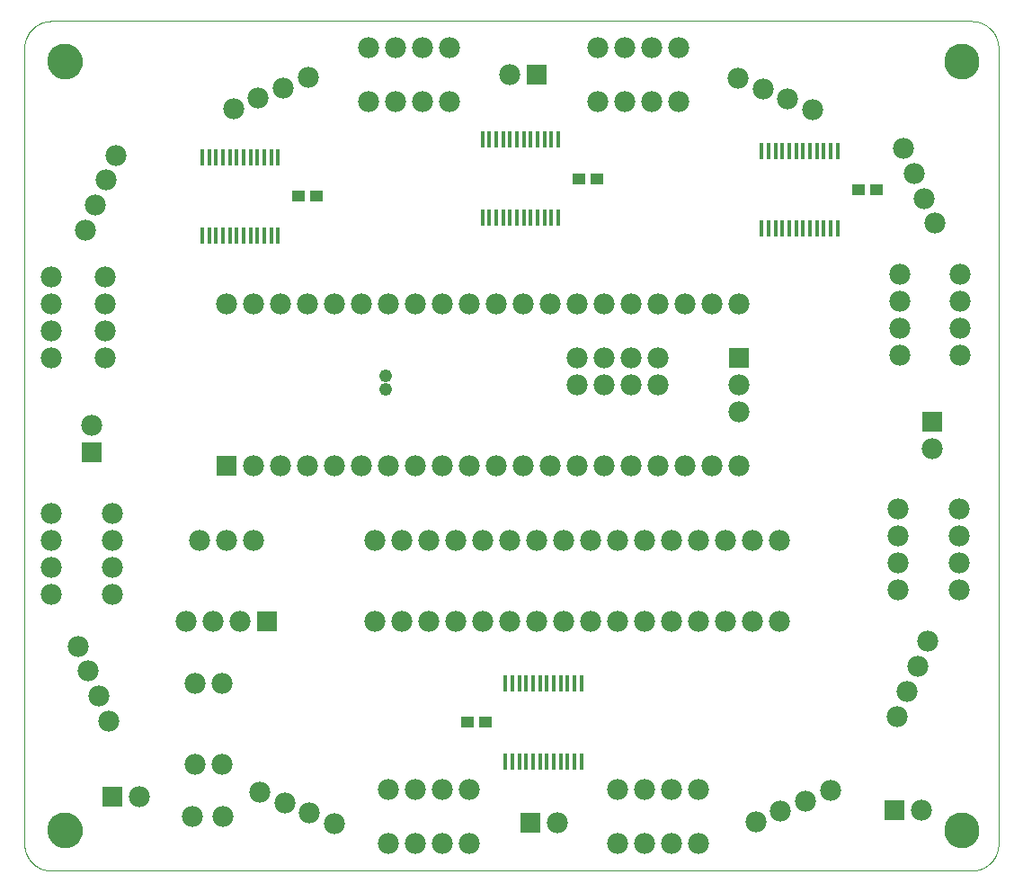
<source format=gts>
G75*
%MOIN*%
%OFA0B0*%
%FSLAX25Y25*%
%IPPOS*%
%LPD*%
%AMOC8*
5,1,8,0,0,1.08239X$1,22.5*
%
%ADD10C,0.00000*%
%ADD11C,0.12998*%
%ADD12C,0.07800*%
%ADD13R,0.07800X0.07800*%
%ADD14C,0.04900*%
%ADD15R,0.01770X0.05900*%
%ADD16R,0.04731X0.04337*%
D10*
X0086433Y0068933D02*
X0086433Y0363894D01*
X0086436Y0364136D01*
X0086445Y0364377D01*
X0086459Y0364618D01*
X0086480Y0364859D01*
X0086506Y0365099D01*
X0086538Y0365339D01*
X0086576Y0365578D01*
X0086619Y0365815D01*
X0086669Y0366052D01*
X0086724Y0366287D01*
X0086784Y0366521D01*
X0086851Y0366753D01*
X0086922Y0366984D01*
X0087000Y0367213D01*
X0087083Y0367440D01*
X0087171Y0367665D01*
X0087265Y0367888D01*
X0087364Y0368108D01*
X0087469Y0368326D01*
X0087578Y0368541D01*
X0087693Y0368754D01*
X0087813Y0368964D01*
X0087938Y0369170D01*
X0088068Y0369374D01*
X0088203Y0369575D01*
X0088343Y0369772D01*
X0088487Y0369966D01*
X0088636Y0370156D01*
X0088790Y0370342D01*
X0088948Y0370525D01*
X0089110Y0370704D01*
X0089277Y0370879D01*
X0089448Y0371050D01*
X0089623Y0371217D01*
X0089802Y0371379D01*
X0089985Y0371537D01*
X0090171Y0371691D01*
X0090361Y0371840D01*
X0090555Y0371984D01*
X0090752Y0372124D01*
X0090953Y0372259D01*
X0091157Y0372389D01*
X0091363Y0372514D01*
X0091573Y0372634D01*
X0091786Y0372749D01*
X0092001Y0372858D01*
X0092219Y0372963D01*
X0092439Y0373062D01*
X0092662Y0373156D01*
X0092887Y0373244D01*
X0093114Y0373327D01*
X0093343Y0373405D01*
X0093574Y0373476D01*
X0093806Y0373543D01*
X0094040Y0373603D01*
X0094275Y0373658D01*
X0094512Y0373708D01*
X0094749Y0373751D01*
X0094988Y0373789D01*
X0095228Y0373821D01*
X0095468Y0373847D01*
X0095709Y0373868D01*
X0095950Y0373882D01*
X0096191Y0373891D01*
X0096433Y0373894D01*
X0437634Y0373894D01*
X0437876Y0373891D01*
X0438117Y0373882D01*
X0438358Y0373868D01*
X0438599Y0373847D01*
X0438839Y0373821D01*
X0439079Y0373789D01*
X0439318Y0373751D01*
X0439555Y0373708D01*
X0439792Y0373658D01*
X0440027Y0373603D01*
X0440261Y0373543D01*
X0440493Y0373476D01*
X0440724Y0373405D01*
X0440953Y0373327D01*
X0441180Y0373244D01*
X0441405Y0373156D01*
X0441628Y0373062D01*
X0441848Y0372963D01*
X0442066Y0372858D01*
X0442281Y0372749D01*
X0442494Y0372634D01*
X0442704Y0372514D01*
X0442910Y0372389D01*
X0443114Y0372259D01*
X0443315Y0372124D01*
X0443512Y0371984D01*
X0443706Y0371840D01*
X0443896Y0371691D01*
X0444082Y0371537D01*
X0444265Y0371379D01*
X0444444Y0371217D01*
X0444619Y0371050D01*
X0444790Y0370879D01*
X0444957Y0370704D01*
X0445119Y0370525D01*
X0445277Y0370342D01*
X0445431Y0370156D01*
X0445580Y0369966D01*
X0445724Y0369772D01*
X0445864Y0369575D01*
X0445999Y0369374D01*
X0446129Y0369170D01*
X0446254Y0368964D01*
X0446374Y0368754D01*
X0446489Y0368541D01*
X0446598Y0368326D01*
X0446703Y0368108D01*
X0446802Y0367888D01*
X0446896Y0367665D01*
X0446984Y0367440D01*
X0447067Y0367213D01*
X0447145Y0366984D01*
X0447216Y0366753D01*
X0447283Y0366521D01*
X0447343Y0366287D01*
X0447398Y0366052D01*
X0447448Y0365815D01*
X0447491Y0365578D01*
X0447529Y0365339D01*
X0447561Y0365099D01*
X0447587Y0364859D01*
X0447608Y0364618D01*
X0447622Y0364377D01*
X0447631Y0364136D01*
X0447634Y0363894D01*
X0447634Y0068933D01*
X0447631Y0068691D01*
X0447622Y0068450D01*
X0447608Y0068209D01*
X0447587Y0067968D01*
X0447561Y0067728D01*
X0447529Y0067488D01*
X0447491Y0067249D01*
X0447448Y0067012D01*
X0447398Y0066775D01*
X0447343Y0066540D01*
X0447283Y0066306D01*
X0447216Y0066074D01*
X0447145Y0065843D01*
X0447067Y0065614D01*
X0446984Y0065387D01*
X0446896Y0065162D01*
X0446802Y0064939D01*
X0446703Y0064719D01*
X0446598Y0064501D01*
X0446489Y0064286D01*
X0446374Y0064073D01*
X0446254Y0063863D01*
X0446129Y0063657D01*
X0445999Y0063453D01*
X0445864Y0063252D01*
X0445724Y0063055D01*
X0445580Y0062861D01*
X0445431Y0062671D01*
X0445277Y0062485D01*
X0445119Y0062302D01*
X0444957Y0062123D01*
X0444790Y0061948D01*
X0444619Y0061777D01*
X0444444Y0061610D01*
X0444265Y0061448D01*
X0444082Y0061290D01*
X0443896Y0061136D01*
X0443706Y0060987D01*
X0443512Y0060843D01*
X0443315Y0060703D01*
X0443114Y0060568D01*
X0442910Y0060438D01*
X0442704Y0060313D01*
X0442494Y0060193D01*
X0442281Y0060078D01*
X0442066Y0059969D01*
X0441848Y0059864D01*
X0441628Y0059765D01*
X0441405Y0059671D01*
X0441180Y0059583D01*
X0440953Y0059500D01*
X0440724Y0059422D01*
X0440493Y0059351D01*
X0440261Y0059284D01*
X0440027Y0059224D01*
X0439792Y0059169D01*
X0439555Y0059119D01*
X0439318Y0059076D01*
X0439079Y0059038D01*
X0438839Y0059006D01*
X0438599Y0058980D01*
X0438358Y0058959D01*
X0438117Y0058945D01*
X0437876Y0058936D01*
X0437634Y0058933D01*
X0096433Y0058933D01*
X0096191Y0058936D01*
X0095950Y0058945D01*
X0095709Y0058959D01*
X0095468Y0058980D01*
X0095228Y0059006D01*
X0094988Y0059038D01*
X0094749Y0059076D01*
X0094512Y0059119D01*
X0094275Y0059169D01*
X0094040Y0059224D01*
X0093806Y0059284D01*
X0093574Y0059351D01*
X0093343Y0059422D01*
X0093114Y0059500D01*
X0092887Y0059583D01*
X0092662Y0059671D01*
X0092439Y0059765D01*
X0092219Y0059864D01*
X0092001Y0059969D01*
X0091786Y0060078D01*
X0091573Y0060193D01*
X0091363Y0060313D01*
X0091157Y0060438D01*
X0090953Y0060568D01*
X0090752Y0060703D01*
X0090555Y0060843D01*
X0090361Y0060987D01*
X0090171Y0061136D01*
X0089985Y0061290D01*
X0089802Y0061448D01*
X0089623Y0061610D01*
X0089448Y0061777D01*
X0089277Y0061948D01*
X0089110Y0062123D01*
X0088948Y0062302D01*
X0088790Y0062485D01*
X0088636Y0062671D01*
X0088487Y0062861D01*
X0088343Y0063055D01*
X0088203Y0063252D01*
X0088068Y0063453D01*
X0087938Y0063657D01*
X0087813Y0063863D01*
X0087693Y0064073D01*
X0087578Y0064286D01*
X0087469Y0064501D01*
X0087364Y0064719D01*
X0087265Y0064939D01*
X0087171Y0065162D01*
X0087083Y0065387D01*
X0087000Y0065614D01*
X0086922Y0065843D01*
X0086851Y0066074D01*
X0086784Y0066306D01*
X0086724Y0066540D01*
X0086669Y0066775D01*
X0086619Y0067012D01*
X0086576Y0067249D01*
X0086538Y0067488D01*
X0086506Y0067728D01*
X0086480Y0067968D01*
X0086459Y0068209D01*
X0086445Y0068450D01*
X0086436Y0068691D01*
X0086433Y0068933D01*
X0095134Y0073933D02*
X0095136Y0074091D01*
X0095142Y0074249D01*
X0095152Y0074407D01*
X0095166Y0074565D01*
X0095184Y0074722D01*
X0095205Y0074879D01*
X0095231Y0075035D01*
X0095261Y0075191D01*
X0095294Y0075346D01*
X0095332Y0075499D01*
X0095373Y0075652D01*
X0095418Y0075804D01*
X0095467Y0075955D01*
X0095520Y0076104D01*
X0095576Y0076252D01*
X0095636Y0076398D01*
X0095700Y0076543D01*
X0095768Y0076686D01*
X0095839Y0076828D01*
X0095913Y0076968D01*
X0095991Y0077105D01*
X0096073Y0077241D01*
X0096157Y0077375D01*
X0096246Y0077506D01*
X0096337Y0077635D01*
X0096432Y0077762D01*
X0096529Y0077887D01*
X0096630Y0078009D01*
X0096734Y0078128D01*
X0096841Y0078245D01*
X0096951Y0078359D01*
X0097064Y0078470D01*
X0097179Y0078579D01*
X0097297Y0078684D01*
X0097418Y0078786D01*
X0097541Y0078886D01*
X0097667Y0078982D01*
X0097795Y0079075D01*
X0097925Y0079165D01*
X0098058Y0079251D01*
X0098193Y0079335D01*
X0098329Y0079414D01*
X0098468Y0079491D01*
X0098609Y0079563D01*
X0098751Y0079633D01*
X0098895Y0079698D01*
X0099041Y0079760D01*
X0099188Y0079818D01*
X0099337Y0079873D01*
X0099487Y0079924D01*
X0099638Y0079971D01*
X0099790Y0080014D01*
X0099943Y0080053D01*
X0100098Y0080089D01*
X0100253Y0080120D01*
X0100409Y0080148D01*
X0100565Y0080172D01*
X0100722Y0080192D01*
X0100880Y0080208D01*
X0101037Y0080220D01*
X0101196Y0080228D01*
X0101354Y0080232D01*
X0101512Y0080232D01*
X0101670Y0080228D01*
X0101829Y0080220D01*
X0101986Y0080208D01*
X0102144Y0080192D01*
X0102301Y0080172D01*
X0102457Y0080148D01*
X0102613Y0080120D01*
X0102768Y0080089D01*
X0102923Y0080053D01*
X0103076Y0080014D01*
X0103228Y0079971D01*
X0103379Y0079924D01*
X0103529Y0079873D01*
X0103678Y0079818D01*
X0103825Y0079760D01*
X0103971Y0079698D01*
X0104115Y0079633D01*
X0104257Y0079563D01*
X0104398Y0079491D01*
X0104537Y0079414D01*
X0104673Y0079335D01*
X0104808Y0079251D01*
X0104941Y0079165D01*
X0105071Y0079075D01*
X0105199Y0078982D01*
X0105325Y0078886D01*
X0105448Y0078786D01*
X0105569Y0078684D01*
X0105687Y0078579D01*
X0105802Y0078470D01*
X0105915Y0078359D01*
X0106025Y0078245D01*
X0106132Y0078128D01*
X0106236Y0078009D01*
X0106337Y0077887D01*
X0106434Y0077762D01*
X0106529Y0077635D01*
X0106620Y0077506D01*
X0106709Y0077375D01*
X0106793Y0077241D01*
X0106875Y0077105D01*
X0106953Y0076968D01*
X0107027Y0076828D01*
X0107098Y0076686D01*
X0107166Y0076543D01*
X0107230Y0076398D01*
X0107290Y0076252D01*
X0107346Y0076104D01*
X0107399Y0075955D01*
X0107448Y0075804D01*
X0107493Y0075652D01*
X0107534Y0075499D01*
X0107572Y0075346D01*
X0107605Y0075191D01*
X0107635Y0075035D01*
X0107661Y0074879D01*
X0107682Y0074722D01*
X0107700Y0074565D01*
X0107714Y0074407D01*
X0107724Y0074249D01*
X0107730Y0074091D01*
X0107732Y0073933D01*
X0107730Y0073775D01*
X0107724Y0073617D01*
X0107714Y0073459D01*
X0107700Y0073301D01*
X0107682Y0073144D01*
X0107661Y0072987D01*
X0107635Y0072831D01*
X0107605Y0072675D01*
X0107572Y0072520D01*
X0107534Y0072367D01*
X0107493Y0072214D01*
X0107448Y0072062D01*
X0107399Y0071911D01*
X0107346Y0071762D01*
X0107290Y0071614D01*
X0107230Y0071468D01*
X0107166Y0071323D01*
X0107098Y0071180D01*
X0107027Y0071038D01*
X0106953Y0070898D01*
X0106875Y0070761D01*
X0106793Y0070625D01*
X0106709Y0070491D01*
X0106620Y0070360D01*
X0106529Y0070231D01*
X0106434Y0070104D01*
X0106337Y0069979D01*
X0106236Y0069857D01*
X0106132Y0069738D01*
X0106025Y0069621D01*
X0105915Y0069507D01*
X0105802Y0069396D01*
X0105687Y0069287D01*
X0105569Y0069182D01*
X0105448Y0069080D01*
X0105325Y0068980D01*
X0105199Y0068884D01*
X0105071Y0068791D01*
X0104941Y0068701D01*
X0104808Y0068615D01*
X0104673Y0068531D01*
X0104537Y0068452D01*
X0104398Y0068375D01*
X0104257Y0068303D01*
X0104115Y0068233D01*
X0103971Y0068168D01*
X0103825Y0068106D01*
X0103678Y0068048D01*
X0103529Y0067993D01*
X0103379Y0067942D01*
X0103228Y0067895D01*
X0103076Y0067852D01*
X0102923Y0067813D01*
X0102768Y0067777D01*
X0102613Y0067746D01*
X0102457Y0067718D01*
X0102301Y0067694D01*
X0102144Y0067674D01*
X0101986Y0067658D01*
X0101829Y0067646D01*
X0101670Y0067638D01*
X0101512Y0067634D01*
X0101354Y0067634D01*
X0101196Y0067638D01*
X0101037Y0067646D01*
X0100880Y0067658D01*
X0100722Y0067674D01*
X0100565Y0067694D01*
X0100409Y0067718D01*
X0100253Y0067746D01*
X0100098Y0067777D01*
X0099943Y0067813D01*
X0099790Y0067852D01*
X0099638Y0067895D01*
X0099487Y0067942D01*
X0099337Y0067993D01*
X0099188Y0068048D01*
X0099041Y0068106D01*
X0098895Y0068168D01*
X0098751Y0068233D01*
X0098609Y0068303D01*
X0098468Y0068375D01*
X0098329Y0068452D01*
X0098193Y0068531D01*
X0098058Y0068615D01*
X0097925Y0068701D01*
X0097795Y0068791D01*
X0097667Y0068884D01*
X0097541Y0068980D01*
X0097418Y0069080D01*
X0097297Y0069182D01*
X0097179Y0069287D01*
X0097064Y0069396D01*
X0096951Y0069507D01*
X0096841Y0069621D01*
X0096734Y0069738D01*
X0096630Y0069857D01*
X0096529Y0069979D01*
X0096432Y0070104D01*
X0096337Y0070231D01*
X0096246Y0070360D01*
X0096157Y0070491D01*
X0096073Y0070625D01*
X0095991Y0070761D01*
X0095913Y0070898D01*
X0095839Y0071038D01*
X0095768Y0071180D01*
X0095700Y0071323D01*
X0095636Y0071468D01*
X0095576Y0071614D01*
X0095520Y0071762D01*
X0095467Y0071911D01*
X0095418Y0072062D01*
X0095373Y0072214D01*
X0095332Y0072367D01*
X0095294Y0072520D01*
X0095261Y0072675D01*
X0095231Y0072831D01*
X0095205Y0072987D01*
X0095184Y0073144D01*
X0095166Y0073301D01*
X0095152Y0073459D01*
X0095142Y0073617D01*
X0095136Y0073775D01*
X0095134Y0073933D01*
X0427634Y0073933D02*
X0427636Y0074091D01*
X0427642Y0074249D01*
X0427652Y0074407D01*
X0427666Y0074565D01*
X0427684Y0074722D01*
X0427705Y0074879D01*
X0427731Y0075035D01*
X0427761Y0075191D01*
X0427794Y0075346D01*
X0427832Y0075499D01*
X0427873Y0075652D01*
X0427918Y0075804D01*
X0427967Y0075955D01*
X0428020Y0076104D01*
X0428076Y0076252D01*
X0428136Y0076398D01*
X0428200Y0076543D01*
X0428268Y0076686D01*
X0428339Y0076828D01*
X0428413Y0076968D01*
X0428491Y0077105D01*
X0428573Y0077241D01*
X0428657Y0077375D01*
X0428746Y0077506D01*
X0428837Y0077635D01*
X0428932Y0077762D01*
X0429029Y0077887D01*
X0429130Y0078009D01*
X0429234Y0078128D01*
X0429341Y0078245D01*
X0429451Y0078359D01*
X0429564Y0078470D01*
X0429679Y0078579D01*
X0429797Y0078684D01*
X0429918Y0078786D01*
X0430041Y0078886D01*
X0430167Y0078982D01*
X0430295Y0079075D01*
X0430425Y0079165D01*
X0430558Y0079251D01*
X0430693Y0079335D01*
X0430829Y0079414D01*
X0430968Y0079491D01*
X0431109Y0079563D01*
X0431251Y0079633D01*
X0431395Y0079698D01*
X0431541Y0079760D01*
X0431688Y0079818D01*
X0431837Y0079873D01*
X0431987Y0079924D01*
X0432138Y0079971D01*
X0432290Y0080014D01*
X0432443Y0080053D01*
X0432598Y0080089D01*
X0432753Y0080120D01*
X0432909Y0080148D01*
X0433065Y0080172D01*
X0433222Y0080192D01*
X0433380Y0080208D01*
X0433537Y0080220D01*
X0433696Y0080228D01*
X0433854Y0080232D01*
X0434012Y0080232D01*
X0434170Y0080228D01*
X0434329Y0080220D01*
X0434486Y0080208D01*
X0434644Y0080192D01*
X0434801Y0080172D01*
X0434957Y0080148D01*
X0435113Y0080120D01*
X0435268Y0080089D01*
X0435423Y0080053D01*
X0435576Y0080014D01*
X0435728Y0079971D01*
X0435879Y0079924D01*
X0436029Y0079873D01*
X0436178Y0079818D01*
X0436325Y0079760D01*
X0436471Y0079698D01*
X0436615Y0079633D01*
X0436757Y0079563D01*
X0436898Y0079491D01*
X0437037Y0079414D01*
X0437173Y0079335D01*
X0437308Y0079251D01*
X0437441Y0079165D01*
X0437571Y0079075D01*
X0437699Y0078982D01*
X0437825Y0078886D01*
X0437948Y0078786D01*
X0438069Y0078684D01*
X0438187Y0078579D01*
X0438302Y0078470D01*
X0438415Y0078359D01*
X0438525Y0078245D01*
X0438632Y0078128D01*
X0438736Y0078009D01*
X0438837Y0077887D01*
X0438934Y0077762D01*
X0439029Y0077635D01*
X0439120Y0077506D01*
X0439209Y0077375D01*
X0439293Y0077241D01*
X0439375Y0077105D01*
X0439453Y0076968D01*
X0439527Y0076828D01*
X0439598Y0076686D01*
X0439666Y0076543D01*
X0439730Y0076398D01*
X0439790Y0076252D01*
X0439846Y0076104D01*
X0439899Y0075955D01*
X0439948Y0075804D01*
X0439993Y0075652D01*
X0440034Y0075499D01*
X0440072Y0075346D01*
X0440105Y0075191D01*
X0440135Y0075035D01*
X0440161Y0074879D01*
X0440182Y0074722D01*
X0440200Y0074565D01*
X0440214Y0074407D01*
X0440224Y0074249D01*
X0440230Y0074091D01*
X0440232Y0073933D01*
X0440230Y0073775D01*
X0440224Y0073617D01*
X0440214Y0073459D01*
X0440200Y0073301D01*
X0440182Y0073144D01*
X0440161Y0072987D01*
X0440135Y0072831D01*
X0440105Y0072675D01*
X0440072Y0072520D01*
X0440034Y0072367D01*
X0439993Y0072214D01*
X0439948Y0072062D01*
X0439899Y0071911D01*
X0439846Y0071762D01*
X0439790Y0071614D01*
X0439730Y0071468D01*
X0439666Y0071323D01*
X0439598Y0071180D01*
X0439527Y0071038D01*
X0439453Y0070898D01*
X0439375Y0070761D01*
X0439293Y0070625D01*
X0439209Y0070491D01*
X0439120Y0070360D01*
X0439029Y0070231D01*
X0438934Y0070104D01*
X0438837Y0069979D01*
X0438736Y0069857D01*
X0438632Y0069738D01*
X0438525Y0069621D01*
X0438415Y0069507D01*
X0438302Y0069396D01*
X0438187Y0069287D01*
X0438069Y0069182D01*
X0437948Y0069080D01*
X0437825Y0068980D01*
X0437699Y0068884D01*
X0437571Y0068791D01*
X0437441Y0068701D01*
X0437308Y0068615D01*
X0437173Y0068531D01*
X0437037Y0068452D01*
X0436898Y0068375D01*
X0436757Y0068303D01*
X0436615Y0068233D01*
X0436471Y0068168D01*
X0436325Y0068106D01*
X0436178Y0068048D01*
X0436029Y0067993D01*
X0435879Y0067942D01*
X0435728Y0067895D01*
X0435576Y0067852D01*
X0435423Y0067813D01*
X0435268Y0067777D01*
X0435113Y0067746D01*
X0434957Y0067718D01*
X0434801Y0067694D01*
X0434644Y0067674D01*
X0434486Y0067658D01*
X0434329Y0067646D01*
X0434170Y0067638D01*
X0434012Y0067634D01*
X0433854Y0067634D01*
X0433696Y0067638D01*
X0433537Y0067646D01*
X0433380Y0067658D01*
X0433222Y0067674D01*
X0433065Y0067694D01*
X0432909Y0067718D01*
X0432753Y0067746D01*
X0432598Y0067777D01*
X0432443Y0067813D01*
X0432290Y0067852D01*
X0432138Y0067895D01*
X0431987Y0067942D01*
X0431837Y0067993D01*
X0431688Y0068048D01*
X0431541Y0068106D01*
X0431395Y0068168D01*
X0431251Y0068233D01*
X0431109Y0068303D01*
X0430968Y0068375D01*
X0430829Y0068452D01*
X0430693Y0068531D01*
X0430558Y0068615D01*
X0430425Y0068701D01*
X0430295Y0068791D01*
X0430167Y0068884D01*
X0430041Y0068980D01*
X0429918Y0069080D01*
X0429797Y0069182D01*
X0429679Y0069287D01*
X0429564Y0069396D01*
X0429451Y0069507D01*
X0429341Y0069621D01*
X0429234Y0069738D01*
X0429130Y0069857D01*
X0429029Y0069979D01*
X0428932Y0070104D01*
X0428837Y0070231D01*
X0428746Y0070360D01*
X0428657Y0070491D01*
X0428573Y0070625D01*
X0428491Y0070761D01*
X0428413Y0070898D01*
X0428339Y0071038D01*
X0428268Y0071180D01*
X0428200Y0071323D01*
X0428136Y0071468D01*
X0428076Y0071614D01*
X0428020Y0071762D01*
X0427967Y0071911D01*
X0427918Y0072062D01*
X0427873Y0072214D01*
X0427832Y0072367D01*
X0427794Y0072520D01*
X0427761Y0072675D01*
X0427731Y0072831D01*
X0427705Y0072987D01*
X0427684Y0073144D01*
X0427666Y0073301D01*
X0427652Y0073459D01*
X0427642Y0073617D01*
X0427636Y0073775D01*
X0427634Y0073933D01*
X0427634Y0358933D02*
X0427636Y0359091D01*
X0427642Y0359249D01*
X0427652Y0359407D01*
X0427666Y0359565D01*
X0427684Y0359722D01*
X0427705Y0359879D01*
X0427731Y0360035D01*
X0427761Y0360191D01*
X0427794Y0360346D01*
X0427832Y0360499D01*
X0427873Y0360652D01*
X0427918Y0360804D01*
X0427967Y0360955D01*
X0428020Y0361104D01*
X0428076Y0361252D01*
X0428136Y0361398D01*
X0428200Y0361543D01*
X0428268Y0361686D01*
X0428339Y0361828D01*
X0428413Y0361968D01*
X0428491Y0362105D01*
X0428573Y0362241D01*
X0428657Y0362375D01*
X0428746Y0362506D01*
X0428837Y0362635D01*
X0428932Y0362762D01*
X0429029Y0362887D01*
X0429130Y0363009D01*
X0429234Y0363128D01*
X0429341Y0363245D01*
X0429451Y0363359D01*
X0429564Y0363470D01*
X0429679Y0363579D01*
X0429797Y0363684D01*
X0429918Y0363786D01*
X0430041Y0363886D01*
X0430167Y0363982D01*
X0430295Y0364075D01*
X0430425Y0364165D01*
X0430558Y0364251D01*
X0430693Y0364335D01*
X0430829Y0364414D01*
X0430968Y0364491D01*
X0431109Y0364563D01*
X0431251Y0364633D01*
X0431395Y0364698D01*
X0431541Y0364760D01*
X0431688Y0364818D01*
X0431837Y0364873D01*
X0431987Y0364924D01*
X0432138Y0364971D01*
X0432290Y0365014D01*
X0432443Y0365053D01*
X0432598Y0365089D01*
X0432753Y0365120D01*
X0432909Y0365148D01*
X0433065Y0365172D01*
X0433222Y0365192D01*
X0433380Y0365208D01*
X0433537Y0365220D01*
X0433696Y0365228D01*
X0433854Y0365232D01*
X0434012Y0365232D01*
X0434170Y0365228D01*
X0434329Y0365220D01*
X0434486Y0365208D01*
X0434644Y0365192D01*
X0434801Y0365172D01*
X0434957Y0365148D01*
X0435113Y0365120D01*
X0435268Y0365089D01*
X0435423Y0365053D01*
X0435576Y0365014D01*
X0435728Y0364971D01*
X0435879Y0364924D01*
X0436029Y0364873D01*
X0436178Y0364818D01*
X0436325Y0364760D01*
X0436471Y0364698D01*
X0436615Y0364633D01*
X0436757Y0364563D01*
X0436898Y0364491D01*
X0437037Y0364414D01*
X0437173Y0364335D01*
X0437308Y0364251D01*
X0437441Y0364165D01*
X0437571Y0364075D01*
X0437699Y0363982D01*
X0437825Y0363886D01*
X0437948Y0363786D01*
X0438069Y0363684D01*
X0438187Y0363579D01*
X0438302Y0363470D01*
X0438415Y0363359D01*
X0438525Y0363245D01*
X0438632Y0363128D01*
X0438736Y0363009D01*
X0438837Y0362887D01*
X0438934Y0362762D01*
X0439029Y0362635D01*
X0439120Y0362506D01*
X0439209Y0362375D01*
X0439293Y0362241D01*
X0439375Y0362105D01*
X0439453Y0361968D01*
X0439527Y0361828D01*
X0439598Y0361686D01*
X0439666Y0361543D01*
X0439730Y0361398D01*
X0439790Y0361252D01*
X0439846Y0361104D01*
X0439899Y0360955D01*
X0439948Y0360804D01*
X0439993Y0360652D01*
X0440034Y0360499D01*
X0440072Y0360346D01*
X0440105Y0360191D01*
X0440135Y0360035D01*
X0440161Y0359879D01*
X0440182Y0359722D01*
X0440200Y0359565D01*
X0440214Y0359407D01*
X0440224Y0359249D01*
X0440230Y0359091D01*
X0440232Y0358933D01*
X0440230Y0358775D01*
X0440224Y0358617D01*
X0440214Y0358459D01*
X0440200Y0358301D01*
X0440182Y0358144D01*
X0440161Y0357987D01*
X0440135Y0357831D01*
X0440105Y0357675D01*
X0440072Y0357520D01*
X0440034Y0357367D01*
X0439993Y0357214D01*
X0439948Y0357062D01*
X0439899Y0356911D01*
X0439846Y0356762D01*
X0439790Y0356614D01*
X0439730Y0356468D01*
X0439666Y0356323D01*
X0439598Y0356180D01*
X0439527Y0356038D01*
X0439453Y0355898D01*
X0439375Y0355761D01*
X0439293Y0355625D01*
X0439209Y0355491D01*
X0439120Y0355360D01*
X0439029Y0355231D01*
X0438934Y0355104D01*
X0438837Y0354979D01*
X0438736Y0354857D01*
X0438632Y0354738D01*
X0438525Y0354621D01*
X0438415Y0354507D01*
X0438302Y0354396D01*
X0438187Y0354287D01*
X0438069Y0354182D01*
X0437948Y0354080D01*
X0437825Y0353980D01*
X0437699Y0353884D01*
X0437571Y0353791D01*
X0437441Y0353701D01*
X0437308Y0353615D01*
X0437173Y0353531D01*
X0437037Y0353452D01*
X0436898Y0353375D01*
X0436757Y0353303D01*
X0436615Y0353233D01*
X0436471Y0353168D01*
X0436325Y0353106D01*
X0436178Y0353048D01*
X0436029Y0352993D01*
X0435879Y0352942D01*
X0435728Y0352895D01*
X0435576Y0352852D01*
X0435423Y0352813D01*
X0435268Y0352777D01*
X0435113Y0352746D01*
X0434957Y0352718D01*
X0434801Y0352694D01*
X0434644Y0352674D01*
X0434486Y0352658D01*
X0434329Y0352646D01*
X0434170Y0352638D01*
X0434012Y0352634D01*
X0433854Y0352634D01*
X0433696Y0352638D01*
X0433537Y0352646D01*
X0433380Y0352658D01*
X0433222Y0352674D01*
X0433065Y0352694D01*
X0432909Y0352718D01*
X0432753Y0352746D01*
X0432598Y0352777D01*
X0432443Y0352813D01*
X0432290Y0352852D01*
X0432138Y0352895D01*
X0431987Y0352942D01*
X0431837Y0352993D01*
X0431688Y0353048D01*
X0431541Y0353106D01*
X0431395Y0353168D01*
X0431251Y0353233D01*
X0431109Y0353303D01*
X0430968Y0353375D01*
X0430829Y0353452D01*
X0430693Y0353531D01*
X0430558Y0353615D01*
X0430425Y0353701D01*
X0430295Y0353791D01*
X0430167Y0353884D01*
X0430041Y0353980D01*
X0429918Y0354080D01*
X0429797Y0354182D01*
X0429679Y0354287D01*
X0429564Y0354396D01*
X0429451Y0354507D01*
X0429341Y0354621D01*
X0429234Y0354738D01*
X0429130Y0354857D01*
X0429029Y0354979D01*
X0428932Y0355104D01*
X0428837Y0355231D01*
X0428746Y0355360D01*
X0428657Y0355491D01*
X0428573Y0355625D01*
X0428491Y0355761D01*
X0428413Y0355898D01*
X0428339Y0356038D01*
X0428268Y0356180D01*
X0428200Y0356323D01*
X0428136Y0356468D01*
X0428076Y0356614D01*
X0428020Y0356762D01*
X0427967Y0356911D01*
X0427918Y0357062D01*
X0427873Y0357214D01*
X0427832Y0357367D01*
X0427794Y0357520D01*
X0427761Y0357675D01*
X0427731Y0357831D01*
X0427705Y0357987D01*
X0427684Y0358144D01*
X0427666Y0358301D01*
X0427652Y0358459D01*
X0427642Y0358617D01*
X0427636Y0358775D01*
X0427634Y0358933D01*
X0095134Y0358933D02*
X0095136Y0359091D01*
X0095142Y0359249D01*
X0095152Y0359407D01*
X0095166Y0359565D01*
X0095184Y0359722D01*
X0095205Y0359879D01*
X0095231Y0360035D01*
X0095261Y0360191D01*
X0095294Y0360346D01*
X0095332Y0360499D01*
X0095373Y0360652D01*
X0095418Y0360804D01*
X0095467Y0360955D01*
X0095520Y0361104D01*
X0095576Y0361252D01*
X0095636Y0361398D01*
X0095700Y0361543D01*
X0095768Y0361686D01*
X0095839Y0361828D01*
X0095913Y0361968D01*
X0095991Y0362105D01*
X0096073Y0362241D01*
X0096157Y0362375D01*
X0096246Y0362506D01*
X0096337Y0362635D01*
X0096432Y0362762D01*
X0096529Y0362887D01*
X0096630Y0363009D01*
X0096734Y0363128D01*
X0096841Y0363245D01*
X0096951Y0363359D01*
X0097064Y0363470D01*
X0097179Y0363579D01*
X0097297Y0363684D01*
X0097418Y0363786D01*
X0097541Y0363886D01*
X0097667Y0363982D01*
X0097795Y0364075D01*
X0097925Y0364165D01*
X0098058Y0364251D01*
X0098193Y0364335D01*
X0098329Y0364414D01*
X0098468Y0364491D01*
X0098609Y0364563D01*
X0098751Y0364633D01*
X0098895Y0364698D01*
X0099041Y0364760D01*
X0099188Y0364818D01*
X0099337Y0364873D01*
X0099487Y0364924D01*
X0099638Y0364971D01*
X0099790Y0365014D01*
X0099943Y0365053D01*
X0100098Y0365089D01*
X0100253Y0365120D01*
X0100409Y0365148D01*
X0100565Y0365172D01*
X0100722Y0365192D01*
X0100880Y0365208D01*
X0101037Y0365220D01*
X0101196Y0365228D01*
X0101354Y0365232D01*
X0101512Y0365232D01*
X0101670Y0365228D01*
X0101829Y0365220D01*
X0101986Y0365208D01*
X0102144Y0365192D01*
X0102301Y0365172D01*
X0102457Y0365148D01*
X0102613Y0365120D01*
X0102768Y0365089D01*
X0102923Y0365053D01*
X0103076Y0365014D01*
X0103228Y0364971D01*
X0103379Y0364924D01*
X0103529Y0364873D01*
X0103678Y0364818D01*
X0103825Y0364760D01*
X0103971Y0364698D01*
X0104115Y0364633D01*
X0104257Y0364563D01*
X0104398Y0364491D01*
X0104537Y0364414D01*
X0104673Y0364335D01*
X0104808Y0364251D01*
X0104941Y0364165D01*
X0105071Y0364075D01*
X0105199Y0363982D01*
X0105325Y0363886D01*
X0105448Y0363786D01*
X0105569Y0363684D01*
X0105687Y0363579D01*
X0105802Y0363470D01*
X0105915Y0363359D01*
X0106025Y0363245D01*
X0106132Y0363128D01*
X0106236Y0363009D01*
X0106337Y0362887D01*
X0106434Y0362762D01*
X0106529Y0362635D01*
X0106620Y0362506D01*
X0106709Y0362375D01*
X0106793Y0362241D01*
X0106875Y0362105D01*
X0106953Y0361968D01*
X0107027Y0361828D01*
X0107098Y0361686D01*
X0107166Y0361543D01*
X0107230Y0361398D01*
X0107290Y0361252D01*
X0107346Y0361104D01*
X0107399Y0360955D01*
X0107448Y0360804D01*
X0107493Y0360652D01*
X0107534Y0360499D01*
X0107572Y0360346D01*
X0107605Y0360191D01*
X0107635Y0360035D01*
X0107661Y0359879D01*
X0107682Y0359722D01*
X0107700Y0359565D01*
X0107714Y0359407D01*
X0107724Y0359249D01*
X0107730Y0359091D01*
X0107732Y0358933D01*
X0107730Y0358775D01*
X0107724Y0358617D01*
X0107714Y0358459D01*
X0107700Y0358301D01*
X0107682Y0358144D01*
X0107661Y0357987D01*
X0107635Y0357831D01*
X0107605Y0357675D01*
X0107572Y0357520D01*
X0107534Y0357367D01*
X0107493Y0357214D01*
X0107448Y0357062D01*
X0107399Y0356911D01*
X0107346Y0356762D01*
X0107290Y0356614D01*
X0107230Y0356468D01*
X0107166Y0356323D01*
X0107098Y0356180D01*
X0107027Y0356038D01*
X0106953Y0355898D01*
X0106875Y0355761D01*
X0106793Y0355625D01*
X0106709Y0355491D01*
X0106620Y0355360D01*
X0106529Y0355231D01*
X0106434Y0355104D01*
X0106337Y0354979D01*
X0106236Y0354857D01*
X0106132Y0354738D01*
X0106025Y0354621D01*
X0105915Y0354507D01*
X0105802Y0354396D01*
X0105687Y0354287D01*
X0105569Y0354182D01*
X0105448Y0354080D01*
X0105325Y0353980D01*
X0105199Y0353884D01*
X0105071Y0353791D01*
X0104941Y0353701D01*
X0104808Y0353615D01*
X0104673Y0353531D01*
X0104537Y0353452D01*
X0104398Y0353375D01*
X0104257Y0353303D01*
X0104115Y0353233D01*
X0103971Y0353168D01*
X0103825Y0353106D01*
X0103678Y0353048D01*
X0103529Y0352993D01*
X0103379Y0352942D01*
X0103228Y0352895D01*
X0103076Y0352852D01*
X0102923Y0352813D01*
X0102768Y0352777D01*
X0102613Y0352746D01*
X0102457Y0352718D01*
X0102301Y0352694D01*
X0102144Y0352674D01*
X0101986Y0352658D01*
X0101829Y0352646D01*
X0101670Y0352638D01*
X0101512Y0352634D01*
X0101354Y0352634D01*
X0101196Y0352638D01*
X0101037Y0352646D01*
X0100880Y0352658D01*
X0100722Y0352674D01*
X0100565Y0352694D01*
X0100409Y0352718D01*
X0100253Y0352746D01*
X0100098Y0352777D01*
X0099943Y0352813D01*
X0099790Y0352852D01*
X0099638Y0352895D01*
X0099487Y0352942D01*
X0099337Y0352993D01*
X0099188Y0353048D01*
X0099041Y0353106D01*
X0098895Y0353168D01*
X0098751Y0353233D01*
X0098609Y0353303D01*
X0098468Y0353375D01*
X0098329Y0353452D01*
X0098193Y0353531D01*
X0098058Y0353615D01*
X0097925Y0353701D01*
X0097795Y0353791D01*
X0097667Y0353884D01*
X0097541Y0353980D01*
X0097418Y0354080D01*
X0097297Y0354182D01*
X0097179Y0354287D01*
X0097064Y0354396D01*
X0096951Y0354507D01*
X0096841Y0354621D01*
X0096734Y0354738D01*
X0096630Y0354857D01*
X0096529Y0354979D01*
X0096432Y0355104D01*
X0096337Y0355231D01*
X0096246Y0355360D01*
X0096157Y0355491D01*
X0096073Y0355625D01*
X0095991Y0355761D01*
X0095913Y0355898D01*
X0095839Y0356038D01*
X0095768Y0356180D01*
X0095700Y0356323D01*
X0095636Y0356468D01*
X0095576Y0356614D01*
X0095520Y0356762D01*
X0095467Y0356911D01*
X0095418Y0357062D01*
X0095373Y0357214D01*
X0095332Y0357367D01*
X0095294Y0357520D01*
X0095261Y0357675D01*
X0095231Y0357831D01*
X0095205Y0357987D01*
X0095184Y0358144D01*
X0095166Y0358301D01*
X0095152Y0358459D01*
X0095142Y0358617D01*
X0095136Y0358775D01*
X0095134Y0358933D01*
D11*
X0101433Y0358933D03*
X0433933Y0358933D03*
X0433933Y0073933D03*
X0101433Y0073933D03*
D12*
X0128933Y0086433D03*
X0148707Y0078977D03*
X0160107Y0078977D03*
X0173717Y0087914D03*
X0182955Y0084087D03*
X0192194Y0080260D03*
X0201433Y0076433D03*
X0221433Y0068933D03*
X0231433Y0068933D03*
X0241433Y0068933D03*
X0251433Y0068933D03*
X0251433Y0088933D03*
X0241433Y0088933D03*
X0231433Y0088933D03*
X0221433Y0088933D03*
X0159761Y0098266D03*
X0149761Y0098266D03*
X0117801Y0114486D03*
X0113974Y0123725D03*
X0110148Y0132963D03*
X0106321Y0142202D03*
X0096433Y0161433D03*
X0096433Y0171433D03*
X0096433Y0181433D03*
X0096433Y0191433D03*
X0118933Y0191433D03*
X0118933Y0181433D03*
X0118933Y0171433D03*
X0118933Y0161433D03*
X0146433Y0151433D03*
X0156433Y0151433D03*
X0166433Y0151433D03*
X0159761Y0128266D03*
X0149761Y0128266D03*
X0216433Y0151433D03*
X0226433Y0151433D03*
X0236433Y0151433D03*
X0246433Y0151433D03*
X0256433Y0151433D03*
X0266433Y0151433D03*
X0276433Y0151433D03*
X0286433Y0151433D03*
X0296433Y0151433D03*
X0306433Y0151433D03*
X0316433Y0151433D03*
X0326433Y0151433D03*
X0336433Y0151433D03*
X0346433Y0151433D03*
X0356433Y0151433D03*
X0366433Y0151433D03*
X0366433Y0181433D03*
X0356433Y0181433D03*
X0346433Y0181433D03*
X0336433Y0181433D03*
X0326433Y0181433D03*
X0316433Y0181433D03*
X0306433Y0181433D03*
X0296433Y0181433D03*
X0286433Y0181433D03*
X0276433Y0181433D03*
X0266433Y0181433D03*
X0256433Y0181433D03*
X0246433Y0181433D03*
X0236433Y0181433D03*
X0226433Y0181433D03*
X0216433Y0181433D03*
X0211433Y0208933D03*
X0201433Y0208933D03*
X0191433Y0208933D03*
X0181433Y0208933D03*
X0171433Y0208933D03*
X0171433Y0181433D03*
X0161433Y0181433D03*
X0151433Y0181433D03*
X0111433Y0223933D03*
X0116433Y0248933D03*
X0116433Y0258933D03*
X0116433Y0268933D03*
X0116433Y0278933D03*
X0096433Y0278933D03*
X0096433Y0268933D03*
X0096433Y0258933D03*
X0096433Y0248933D03*
X0161433Y0268933D03*
X0171433Y0268933D03*
X0181433Y0268933D03*
X0191433Y0268933D03*
X0201433Y0268933D03*
X0211433Y0268933D03*
X0221433Y0268933D03*
X0231433Y0268933D03*
X0241433Y0268933D03*
X0251433Y0268933D03*
X0261433Y0268933D03*
X0271433Y0268933D03*
X0281433Y0268933D03*
X0291433Y0268933D03*
X0301433Y0268933D03*
X0311433Y0268933D03*
X0321433Y0268933D03*
X0331433Y0268933D03*
X0341433Y0268933D03*
X0351433Y0268933D03*
X0321433Y0248933D03*
X0321433Y0238933D03*
X0311433Y0238933D03*
X0301433Y0238933D03*
X0291433Y0238933D03*
X0291433Y0248933D03*
X0301433Y0248933D03*
X0311433Y0248933D03*
X0351433Y0238933D03*
X0351433Y0228933D03*
X0351433Y0208933D03*
X0341433Y0208933D03*
X0331433Y0208933D03*
X0321433Y0208933D03*
X0311433Y0208933D03*
X0301433Y0208933D03*
X0291433Y0208933D03*
X0281433Y0208933D03*
X0271433Y0208933D03*
X0261433Y0208933D03*
X0251433Y0208933D03*
X0241433Y0208933D03*
X0231433Y0208933D03*
X0221433Y0208933D03*
X0108933Y0296433D03*
X0112760Y0305672D03*
X0116587Y0314911D03*
X0120414Y0324149D03*
X0163933Y0341433D03*
X0173172Y0345260D03*
X0182411Y0349087D03*
X0191649Y0352914D03*
X0213933Y0343933D03*
X0223933Y0343933D03*
X0233933Y0343933D03*
X0243933Y0343933D03*
X0266433Y0353933D03*
X0243933Y0363933D03*
X0233933Y0363933D03*
X0223933Y0363933D03*
X0213933Y0363933D03*
X0298933Y0363933D03*
X0308933Y0363933D03*
X0318933Y0363933D03*
X0328933Y0363933D03*
X0351035Y0352559D03*
X0360273Y0348732D03*
X0369512Y0344906D03*
X0378751Y0341079D03*
X0412453Y0326649D03*
X0416279Y0317411D03*
X0420106Y0308172D03*
X0423933Y0298933D03*
X0433564Y0279927D03*
X0433564Y0269927D03*
X0433564Y0259927D03*
X0433564Y0249927D03*
X0411064Y0249927D03*
X0411064Y0259927D03*
X0411064Y0269927D03*
X0411064Y0279927D03*
X0328933Y0343933D03*
X0318933Y0343933D03*
X0308933Y0343933D03*
X0298933Y0343933D03*
X0423222Y0215275D03*
X0433059Y0192968D03*
X0433059Y0182968D03*
X0433059Y0172968D03*
X0433059Y0162968D03*
X0421433Y0143933D03*
X0417606Y0134694D03*
X0413779Y0125455D03*
X0409953Y0116217D03*
X0385340Y0088681D03*
X0376101Y0084854D03*
X0366862Y0081027D03*
X0357624Y0077200D03*
X0336433Y0068933D03*
X0326433Y0068933D03*
X0316433Y0068933D03*
X0306433Y0068933D03*
X0284012Y0076712D03*
X0306433Y0088933D03*
X0316433Y0088933D03*
X0326433Y0088933D03*
X0336433Y0088933D03*
X0418933Y0081433D03*
X0410559Y0162968D03*
X0410559Y0172968D03*
X0410559Y0182968D03*
X0410559Y0192968D03*
D13*
X0423222Y0225275D03*
X0351433Y0248933D03*
X0276433Y0353933D03*
X0111433Y0213933D03*
X0161433Y0208933D03*
X0176433Y0151433D03*
X0118933Y0086433D03*
X0274012Y0076712D03*
X0408933Y0081433D03*
D14*
X0220433Y0237333D03*
X0220433Y0242533D03*
D15*
X0180508Y0294539D03*
X0177949Y0294539D03*
X0175390Y0294539D03*
X0172831Y0294539D03*
X0170272Y0294539D03*
X0167713Y0294539D03*
X0165154Y0294539D03*
X0162594Y0294539D03*
X0160035Y0294539D03*
X0157476Y0294539D03*
X0154917Y0294539D03*
X0152358Y0294539D03*
X0152358Y0323327D03*
X0154917Y0323327D03*
X0157476Y0323327D03*
X0160035Y0323327D03*
X0162594Y0323327D03*
X0165154Y0323327D03*
X0167713Y0323327D03*
X0170272Y0323327D03*
X0172831Y0323327D03*
X0175390Y0323327D03*
X0177949Y0323327D03*
X0180508Y0323327D03*
X0256238Y0329896D03*
X0258797Y0329896D03*
X0261356Y0329896D03*
X0263915Y0329896D03*
X0266474Y0329896D03*
X0269033Y0329896D03*
X0271592Y0329896D03*
X0274151Y0329896D03*
X0276710Y0329896D03*
X0279269Y0329896D03*
X0281828Y0329896D03*
X0284388Y0329896D03*
X0284388Y0301108D03*
X0281828Y0301108D03*
X0279269Y0301108D03*
X0276710Y0301108D03*
X0274151Y0301108D03*
X0271592Y0301108D03*
X0269033Y0301108D03*
X0266474Y0301108D03*
X0263915Y0301108D03*
X0261356Y0301108D03*
X0258797Y0301108D03*
X0256238Y0301108D03*
X0359858Y0297039D03*
X0362417Y0297039D03*
X0364976Y0297039D03*
X0367535Y0297039D03*
X0370094Y0297039D03*
X0372654Y0297039D03*
X0375213Y0297039D03*
X0377772Y0297039D03*
X0380331Y0297039D03*
X0382890Y0297039D03*
X0385449Y0297039D03*
X0388008Y0297039D03*
X0388008Y0325827D03*
X0385449Y0325827D03*
X0382890Y0325827D03*
X0380331Y0325827D03*
X0377772Y0325827D03*
X0375213Y0325827D03*
X0372654Y0325827D03*
X0370094Y0325827D03*
X0367535Y0325827D03*
X0364976Y0325827D03*
X0362417Y0325827D03*
X0359858Y0325827D03*
X0293008Y0128327D03*
X0290449Y0128327D03*
X0287890Y0128327D03*
X0285331Y0128327D03*
X0282772Y0128327D03*
X0280213Y0128327D03*
X0277654Y0128327D03*
X0275094Y0128327D03*
X0272535Y0128327D03*
X0269976Y0128327D03*
X0267417Y0128327D03*
X0264858Y0128327D03*
X0264858Y0099539D03*
X0267417Y0099539D03*
X0269976Y0099539D03*
X0272535Y0099539D03*
X0275094Y0099539D03*
X0277654Y0099539D03*
X0280213Y0099539D03*
X0282772Y0099539D03*
X0285331Y0099539D03*
X0287890Y0099539D03*
X0290449Y0099539D03*
X0293008Y0099539D03*
D16*
X0257280Y0113933D03*
X0250587Y0113933D03*
X0194780Y0308933D03*
X0188087Y0308933D03*
X0291966Y0315502D03*
X0298659Y0315502D03*
X0395587Y0311433D03*
X0402280Y0311433D03*
M02*

</source>
